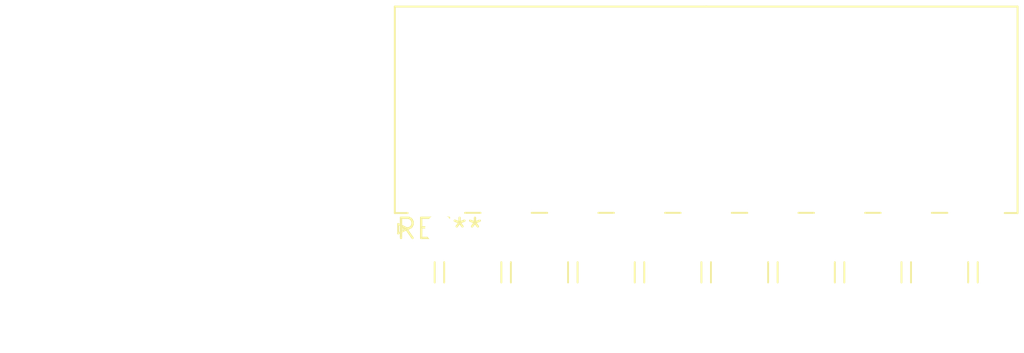
<source format=kicad_pcb>
(kicad_pcb (version 20240108) (generator pcbnew)
  (layers (0 "F.Cu" signal) (31 "B.Cu" signal) (34 "B.Paste" user) (35 "F.Paste" user) (36 "B.SilkS" user "B.Silkscreen") (37 "F.SilkS" user "F.Silkscreen") (38 "B.Mask" user) (39 "F.Mask" user) (44 "Edge.Cuts" user))
  (net 0 "")
  (footprint "Molex_Mini-Fit_Jr_5569-18A2_2x09_P4.20mm_Horizontal" (layer "F.Cu") (at 0 0)
    (property "Reference" "REF**")
    (property "Value" "Molex_Mini-Fit_Jr_5569-18A2_2x09_P4.20mm_Horizontal")
    (fp_line (start -2.81 -14.01) (end 16.8 -14.01) (layer "F.SilkS") (stroke (width 0.12)))
    (fp_line (start -2.81 -0.99) (end -2.81 -14.01) (layer "F.SilkS") (stroke (width 0.12)))
    (fp_line (start -2.6 -0.3) (end -2 0) (layer "F.SilkS") (stroke (width 0.12)))
    (fp_line (start -2.6 0.3) (end -2.6 -0.3) (layer "F.SilkS") (stroke (width 0.12)))
    (fp_line (start -2 -0.99) (end -2.81 -0.99) (layer "F.SilkS") (stroke (width 0.12)))
    (fp_line (start -2 0) (end -2.6 0.3) (layer "F.SilkS") (stroke (width 0.12)))
    (fp_line (start -0.3 2.11) (end -0.3 3.39) (layer "F.SilkS") (stroke (width 0.12)))
    (fp_line (start 0.3 2.11) (end 0.3 3.39) (layer "F.SilkS") (stroke (width 0.12)))
    (fp_line (start 1.61 -1) (end 2.59 -1) (layer "F.SilkS") (stroke (width 0.12)))
    (fp_line (start 3.9 2.11) (end 3.9 3.39) (layer "F.SilkS") (stroke (width 0.12)))
    (fp_line (start 4.5 2.11) (end 4.5 3.39) (layer "F.SilkS") (stroke (width 0.12)))
    (fp_line (start 5.81 -1) (end 6.79 -1) (layer "F.SilkS") (stroke (width 0.12)))
    (fp_line (start 8.1 2.11) (end 8.1 3.39) (layer "F.SilkS") (stroke (width 0.12)))
    (fp_line (start 8.7 2.11) (end 8.7 3.39) (layer "F.SilkS") (stroke (width 0.12)))
    (fp_line (start 10.01 -1) (end 10.99 -1) (layer "F.SilkS") (stroke (width 0.12)))
    (fp_line (start 12.3 2.11) (end 12.3 3.39) (layer "F.SilkS") (stroke (width 0.12)))
    (fp_line (start 12.9 2.11) (end 12.9 3.39) (layer "F.SilkS") (stroke (width 0.12)))
    (fp_line (start 14.21 -1) (end 15.19 -1) (layer "F.SilkS") (stroke (width 0.12)))
    (fp_line (start 16.5 2.11) (end 16.5 3.39) (layer "F.SilkS") (stroke (width 0.12)))
    (fp_line (start 17.1 2.11) (end 17.1 3.39) (layer "F.SilkS") (stroke (width 0.12)))
    (fp_line (start 18.41 -1) (end 19.39 -1) (layer "F.SilkS") (stroke (width 0.12)))
    (fp_line (start 20.7 2.11) (end 20.7 3.39) (layer "F.SilkS") (stroke (width 0.12)))
    (fp_line (start 21.3 2.11) (end 21.3 3.39) (layer "F.SilkS") (stroke (width 0.12)))
    (fp_line (start 22.61 -1) (end 23.59 -1) (layer "F.SilkS") (stroke (width 0.12)))
    (fp_line (start 24.9 2.11) (end 24.9 3.39) (layer "F.SilkS") (stroke (width 0.12)))
    (fp_line (start 25.5 2.11) (end 25.5 3.39) (layer "F.SilkS") (stroke (width 0.12)))
    (fp_line (start 26.81 -1) (end 27.79 -1) (layer "F.SilkS") (stroke (width 0.12)))
    (fp_line (start 29.1 2.11) (end 29.1 3.39) (layer "F.SilkS") (stroke (width 0.12)))
    (fp_line (start 29.7 2.11) (end 29.7 3.39) (layer "F.SilkS") (stroke (width 0.12)))
    (fp_line (start 31.01 -1) (end 31.99 -1) (layer "F.SilkS") (stroke (width 0.12)))
    (fp_line (start 33.3 2.11) (end 33.3 3.39) (layer "F.SilkS") (stroke (width 0.12)))
    (fp_line (start 33.9 2.11) (end 33.9 3.39) (layer "F.SilkS") (stroke (width 0.12)))
    (fp_line (start 35.6 -0.99) (end 36.41 -0.99) (layer "F.SilkS") (stroke (width 0.12)))
    (fp_line (start 36.41 -14.01) (end 16.8 -14.01) (layer "F.SilkS") (stroke (width 0.12)))
    (fp_line (start 36.41 -0.99) (end 36.41 -14.01) (layer "F.SilkS") (stroke (width 0.12)))
    (pad "" np_thru_hole circle (at 0 -7.3) (size 3 3) (drill 3) (layers *.Cu *.Mask))
    (pad "" np_thru_hole circle (at 33.6 -7.3) (size 3 3) (drill 3) (layers *.Cu *.Mask))
    (pad "1" thru_hole roundrect (at 0 0) (size 2.7 3.7) (drill 1.8) (layers *.Cu *.Mask) (remove_unused_layers) (roundrect_rratio 0.092593))
    (pad "2" thru_hole oval (at 4.2 0) (size 2.7 3.7) (drill 1.8) (layers *.Cu *.Mask) (remove_unused_layers))
    (pad "3" thru_hole oval (at 8.4 0) (size 2.7 3.7) (drill 1.8) (layers *.Cu *.Mask) (remove_unused_layers))
    (pad "4" thru_hole oval (at 12.6 0) (size 2.7 3.7) (drill 1.8) (layers *.Cu *.Mask) (remove_unused_layers))
    (pad "5" thru_hole oval (at 16.8 0) (size 2.7 3.7) (drill 1.8) (layers *.Cu *.Mask) (remove_unused_layers))
    (pad "6" thru_hole oval (at 21 0) (size 2.7 3.7) (drill 1.8) (layers *.Cu *.Mask) (remove_unused_layers))
    (pad "7" thru_hole oval (at 25.2 0) (size 2.7 3.7) (drill 1.8) (layers *.Cu *.Mask) (remove_unused_layers))
    (pad "8" thru_hole oval (at 29.4 0) (size 2.7 3.7) (drill 1.8) (layers *.Cu *.Mask) (remove_unused_layers))
    (pad "9" thru_hole oval (at 33.6 0) (size 2.7 3.7) (drill 1.8) (layers *.Cu *.Mask) (remove_unused_layers))
    (pad "10" thru_hole oval (at 0 5.5) (size 2.7 3.7) (drill 1.8) (layers *.Cu *.Mask) (remove_unused_layers))
    (pad "11" thru_hole oval (at 4.2 5.5) (size 2.7 3.7) (drill 1.8) (layers *.Cu *.Mask) (remove_unused_layers))
    (pad "12" thru_hole oval (at 8.4 5.5) (size 2.7 3.7) (drill 1.8) (layers *.Cu *.Mask) (remove_unused_layers))
    (pad "13" thru_hole oval (at 12.6 5.5) (size 2.7 3.7) (drill 1.8) (layers *.Cu *.Mask) (remove_unused_layers))
    (pad "14" thru_hole oval (at 16.8 5.5) (size 2.7 3.7) (drill 1.8) (layers *.Cu *.Mask) (remove_unused_layers))
    (pad "15" thru_hole oval (at 21 5.5) (size 2.7 3.7) (drill 1.8) (layers *.Cu *.Mask) (remove_unused_layers))
    (pad "16" thru_hole oval (at 25.2 5.5) (size 2.7 3.7) (drill 1.8) (layers *.Cu *.Mask) (remove_unused_layers))
    (pad "17" thru_hole oval (at 29.4 5.5) (size 2.7 3.7) (drill 1.8) (layers *.Cu *.Mask) (remove_unused_layers))
    (pad "18" thru_hole oval (at 33.6 5.5) (size 2.7 3.7) (drill 1.8) (layers *.Cu *.Mask) (remove_unused_layers))
  )
)
</source>
